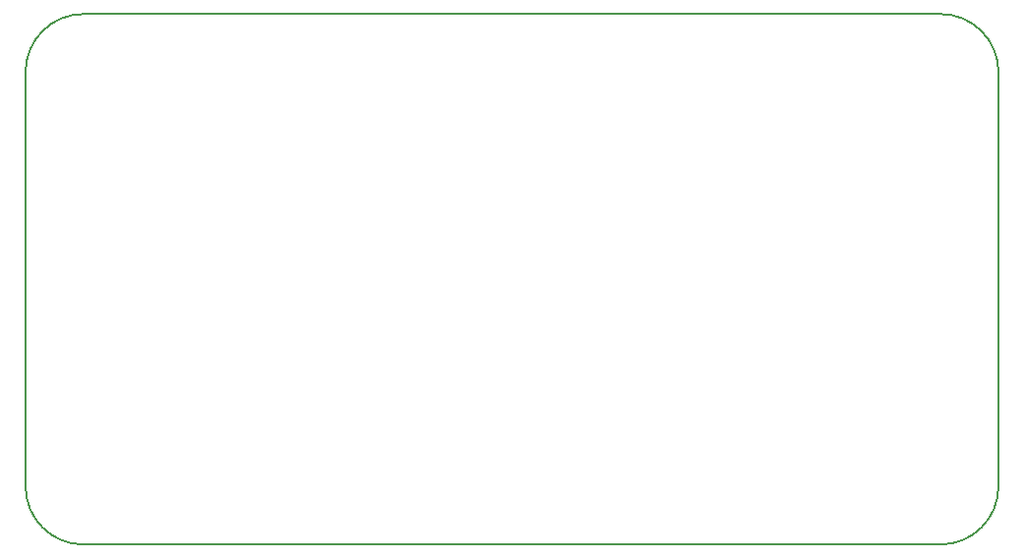
<source format=gbr>
G04 #@! TF.GenerationSoftware,KiCad,Pcbnew,(5.1.5)-3*
G04 #@! TF.CreationDate,2020-04-19T20:17:09-05:00*
G04 #@! TF.ProjectId,Activity_1,41637469-7669-4747-995f-312e6b696361,rev?*
G04 #@! TF.SameCoordinates,Original*
G04 #@! TF.FileFunction,Profile,NP*
%FSLAX46Y46*%
G04 Gerber Fmt 4.6, Leading zero omitted, Abs format (unit mm)*
G04 Created by KiCad (PCBNEW (5.1.5)-3) date 2020-04-19 20:17:09*
%MOMM*%
%LPD*%
G04 APERTURE LIST*
%ADD10C,0.200000*%
G04 APERTURE END LIST*
D10*
X150970001Y-134620000D02*
X224790000Y-134620000D01*
X145970001Y-93900000D02*
X145970001Y-129619999D01*
X229790001Y-129619999D02*
G75*
G02X224790000Y-134620000I-5000001J0D01*
G01*
X229790000Y-129619999D02*
X229790000Y-93900000D01*
X150970000Y-134620000D02*
G75*
G02X145970001Y-129619999I1J5000000D01*
G01*
X224790000Y-88900000D02*
G75*
G02X229790000Y-93900000I0J-5000000D01*
G01*
X145970001Y-93900000D02*
G75*
G02X150970001Y-88900000I5000000J0D01*
G01*
X224790000Y-88900000D02*
X150970001Y-88900000D01*
M02*

</source>
